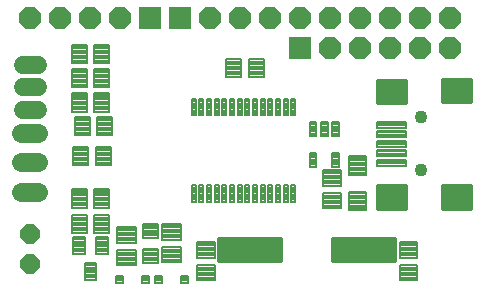
<source format=gts>
G75*
G70*
%OFA0B0*%
%FSLAX24Y24*%
%IPPOS*%
%LPD*%
%AMOC8*
5,1,8,0,0,1.08239X$1,22.5*
%
%ADD10C,0.0084*%
%ADD11C,0.0083*%
%ADD12C,0.0640*%
%ADD13C,0.0087*%
%ADD14C,0.0080*%
%ADD15C,0.0434*%
%ADD16OC8,0.0640*%
%ADD17C,0.0596*%
%ADD18R,0.0720X0.0720*%
%ADD19OC8,0.0720*%
%ADD20C,0.0081*%
%ADD21C,0.0082*%
%ADD22C,0.0080*%
%ADD23C,0.0082*%
D10*
X008795Y007289D02*
X010891Y007289D01*
X010891Y006533D01*
X008795Y006533D01*
X008795Y007289D01*
X008795Y006616D02*
X010891Y006616D01*
X010891Y006699D02*
X008795Y006699D01*
X008795Y006782D02*
X010891Y006782D01*
X010891Y006865D02*
X008795Y006865D01*
X008795Y006948D02*
X010891Y006948D01*
X010891Y007031D02*
X008795Y007031D01*
X008795Y007114D02*
X010891Y007114D01*
X010891Y007197D02*
X008795Y007197D01*
X008795Y007280D02*
X010891Y007280D01*
X012595Y007289D02*
X014691Y007289D01*
X014691Y006533D01*
X012595Y006533D01*
X012595Y007289D01*
X012595Y006616D02*
X014691Y006616D01*
X014691Y006699D02*
X012595Y006699D01*
X012595Y006782D02*
X014691Y006782D01*
X014691Y006865D02*
X012595Y006865D01*
X012595Y006948D02*
X014691Y006948D01*
X014691Y007031D02*
X012595Y007031D01*
X012595Y007114D02*
X014691Y007114D01*
X014691Y007197D02*
X012595Y007197D01*
X012595Y007280D02*
X014691Y007280D01*
D11*
X014849Y007141D02*
X014849Y006631D01*
X014849Y007141D02*
X015437Y007141D01*
X015437Y006631D01*
X014849Y006631D01*
X014849Y006713D02*
X015437Y006713D01*
X015437Y006795D02*
X014849Y006795D01*
X014849Y006877D02*
X015437Y006877D01*
X015437Y006959D02*
X014849Y006959D01*
X014849Y007041D02*
X015437Y007041D01*
X015437Y007123D02*
X014849Y007123D01*
X014849Y006392D02*
X014849Y005882D01*
X014849Y006392D02*
X015437Y006392D01*
X015437Y005882D01*
X014849Y005882D01*
X014849Y005964D02*
X015437Y005964D01*
X015437Y006046D02*
X014849Y006046D01*
X014849Y006128D02*
X015437Y006128D01*
X015437Y006210D02*
X014849Y006210D01*
X014849Y006292D02*
X015437Y006292D01*
X015437Y006374D02*
X014849Y006374D01*
X012299Y008282D02*
X012299Y008792D01*
X012887Y008792D01*
X012887Y008282D01*
X012299Y008282D01*
X012299Y008364D02*
X012887Y008364D01*
X012887Y008446D02*
X012299Y008446D01*
X012299Y008528D02*
X012887Y008528D01*
X012887Y008610D02*
X012299Y008610D01*
X012299Y008692D02*
X012887Y008692D01*
X012887Y008774D02*
X012299Y008774D01*
X012299Y009031D02*
X012299Y009541D01*
X012887Y009541D01*
X012887Y009031D01*
X012299Y009031D01*
X012299Y009113D02*
X012887Y009113D01*
X012887Y009195D02*
X012299Y009195D01*
X012299Y009277D02*
X012887Y009277D01*
X012887Y009359D02*
X012299Y009359D01*
X012299Y009441D02*
X012887Y009441D01*
X012887Y009523D02*
X012299Y009523D01*
X008099Y007141D02*
X008099Y006631D01*
X008099Y007141D02*
X008687Y007141D01*
X008687Y006631D01*
X008099Y006631D01*
X008099Y006713D02*
X008687Y006713D01*
X008687Y006795D02*
X008099Y006795D01*
X008099Y006877D02*
X008687Y006877D01*
X008687Y006959D02*
X008099Y006959D01*
X008099Y007041D02*
X008687Y007041D01*
X008687Y007123D02*
X008099Y007123D01*
X007557Y007231D02*
X007557Y007741D01*
X007557Y007231D02*
X006929Y007231D01*
X006929Y007741D01*
X007557Y007741D01*
X007557Y007313D02*
X006929Y007313D01*
X006929Y007395D02*
X007557Y007395D01*
X007557Y007477D02*
X006929Y007477D01*
X006929Y007559D02*
X007557Y007559D01*
X007557Y007641D02*
X006929Y007641D01*
X006929Y007723D02*
X007557Y007723D01*
X006778Y007290D02*
X006308Y007290D01*
X006308Y007760D01*
X006778Y007760D01*
X006778Y007290D01*
X006778Y007372D02*
X006308Y007372D01*
X006308Y007454D02*
X006778Y007454D01*
X006778Y007536D02*
X006308Y007536D01*
X006308Y007618D02*
X006778Y007618D01*
X006778Y007700D02*
X006308Y007700D01*
X006057Y007641D02*
X006057Y007131D01*
X005429Y007131D01*
X005429Y007641D01*
X006057Y007641D01*
X006057Y007213D02*
X005429Y007213D01*
X005429Y007295D02*
X006057Y007295D01*
X006057Y007377D02*
X005429Y007377D01*
X005429Y007459D02*
X006057Y007459D01*
X006057Y007541D02*
X005429Y007541D01*
X005429Y007623D02*
X006057Y007623D01*
X005172Y007467D02*
X004662Y007467D01*
X004662Y008055D01*
X005172Y008055D01*
X005172Y007467D01*
X005172Y007549D02*
X004662Y007549D01*
X004662Y007631D02*
X005172Y007631D01*
X005172Y007713D02*
X004662Y007713D01*
X004662Y007795D02*
X005172Y007795D01*
X005172Y007877D02*
X004662Y007877D01*
X004662Y007959D02*
X005172Y007959D01*
X005172Y008041D02*
X004662Y008041D01*
X004424Y007467D02*
X003914Y007467D01*
X003914Y008055D01*
X004424Y008055D01*
X004424Y007467D01*
X004424Y007549D02*
X003914Y007549D01*
X003914Y007631D02*
X004424Y007631D01*
X004424Y007713D02*
X003914Y007713D01*
X003914Y007795D02*
X004424Y007795D01*
X004424Y007877D02*
X003914Y007877D01*
X003914Y007959D02*
X004424Y007959D01*
X004424Y008041D02*
X003914Y008041D01*
X003914Y008925D02*
X004424Y008925D01*
X004424Y008297D01*
X003914Y008297D01*
X003914Y008925D01*
X003914Y008379D02*
X004424Y008379D01*
X004424Y008461D02*
X003914Y008461D01*
X003914Y008543D02*
X004424Y008543D01*
X004424Y008625D02*
X003914Y008625D01*
X003914Y008707D02*
X004424Y008707D01*
X004424Y008789D02*
X003914Y008789D01*
X003914Y008871D02*
X004424Y008871D01*
X004662Y008925D02*
X005172Y008925D01*
X005172Y008297D01*
X004662Y008297D01*
X004662Y008925D01*
X004662Y008379D02*
X005172Y008379D01*
X005172Y008461D02*
X004662Y008461D01*
X004662Y008543D02*
X005172Y008543D01*
X005172Y008625D02*
X004662Y008625D01*
X004662Y008707D02*
X005172Y008707D01*
X005172Y008789D02*
X004662Y008789D01*
X004662Y008871D02*
X005172Y008871D01*
X005222Y009717D02*
X004712Y009717D01*
X004712Y010305D01*
X005222Y010305D01*
X005222Y009717D01*
X005222Y009799D02*
X004712Y009799D01*
X004712Y009881D02*
X005222Y009881D01*
X005222Y009963D02*
X004712Y009963D01*
X004712Y010045D02*
X005222Y010045D01*
X005222Y010127D02*
X004712Y010127D01*
X004712Y010209D02*
X005222Y010209D01*
X005222Y010291D02*
X004712Y010291D01*
X004474Y009717D02*
X003964Y009717D01*
X003964Y010305D01*
X004474Y010305D01*
X004474Y009717D01*
X004474Y009799D02*
X003964Y009799D01*
X003964Y009881D02*
X004474Y009881D01*
X004474Y009963D02*
X003964Y009963D01*
X003964Y010045D02*
X004474Y010045D01*
X004474Y010127D02*
X003964Y010127D01*
X003964Y010209D02*
X004474Y010209D01*
X004474Y010291D02*
X003964Y010291D01*
X004014Y010717D02*
X004524Y010717D01*
X004014Y010717D02*
X004014Y011305D01*
X004524Y011305D01*
X004524Y010717D01*
X004524Y010799D02*
X004014Y010799D01*
X004014Y010881D02*
X004524Y010881D01*
X004524Y010963D02*
X004014Y010963D01*
X004014Y011045D02*
X004524Y011045D01*
X004524Y011127D02*
X004014Y011127D01*
X004014Y011209D02*
X004524Y011209D01*
X004524Y011291D02*
X004014Y011291D01*
X003914Y012125D02*
X004424Y012125D01*
X004424Y011497D01*
X003914Y011497D01*
X003914Y012125D01*
X003914Y011579D02*
X004424Y011579D01*
X004424Y011661D02*
X003914Y011661D01*
X003914Y011743D02*
X004424Y011743D01*
X004424Y011825D02*
X003914Y011825D01*
X003914Y011907D02*
X004424Y011907D01*
X004424Y011989D02*
X003914Y011989D01*
X003914Y012071D02*
X004424Y012071D01*
X004662Y012125D02*
X005172Y012125D01*
X005172Y011497D01*
X004662Y011497D01*
X004662Y012125D01*
X004662Y011579D02*
X005172Y011579D01*
X005172Y011661D02*
X004662Y011661D01*
X004662Y011743D02*
X005172Y011743D01*
X005172Y011825D02*
X004662Y011825D01*
X004662Y011907D02*
X005172Y011907D01*
X005172Y011989D02*
X004662Y011989D01*
X004662Y012071D02*
X005172Y012071D01*
X005172Y012905D02*
X004662Y012905D01*
X005172Y012905D02*
X005172Y012317D01*
X004662Y012317D01*
X004662Y012905D01*
X004662Y012399D02*
X005172Y012399D01*
X005172Y012481D02*
X004662Y012481D01*
X004662Y012563D02*
X005172Y012563D01*
X005172Y012645D02*
X004662Y012645D01*
X004662Y012727D02*
X005172Y012727D01*
X005172Y012809D02*
X004662Y012809D01*
X004662Y012891D02*
X005172Y012891D01*
X004424Y012905D02*
X003914Y012905D01*
X004424Y012905D02*
X004424Y012317D01*
X003914Y012317D01*
X003914Y012905D01*
X003914Y012399D02*
X004424Y012399D01*
X004424Y012481D02*
X003914Y012481D01*
X003914Y012563D02*
X004424Y012563D01*
X004424Y012645D02*
X003914Y012645D01*
X003914Y012727D02*
X004424Y012727D01*
X004424Y012809D02*
X003914Y012809D01*
X003914Y012891D02*
X004424Y012891D01*
X004424Y013117D02*
X003914Y013117D01*
X003914Y013705D01*
X004424Y013705D01*
X004424Y013117D01*
X004424Y013199D02*
X003914Y013199D01*
X003914Y013281D02*
X004424Y013281D01*
X004424Y013363D02*
X003914Y013363D01*
X003914Y013445D02*
X004424Y013445D01*
X004424Y013527D02*
X003914Y013527D01*
X003914Y013609D02*
X004424Y013609D01*
X004424Y013691D02*
X003914Y013691D01*
X004662Y013117D02*
X005172Y013117D01*
X004662Y013117D02*
X004662Y013705D01*
X005172Y013705D01*
X005172Y013117D01*
X005172Y013199D02*
X004662Y013199D01*
X004662Y013281D02*
X005172Y013281D01*
X005172Y013363D02*
X004662Y013363D01*
X004662Y013445D02*
X005172Y013445D01*
X005172Y013527D02*
X004662Y013527D01*
X004662Y013609D02*
X005172Y013609D01*
X005172Y013691D02*
X004662Y013691D01*
X009064Y013255D02*
X009574Y013255D01*
X009574Y012667D01*
X009064Y012667D01*
X009064Y013255D01*
X009064Y012749D02*
X009574Y012749D01*
X009574Y012831D02*
X009064Y012831D01*
X009064Y012913D02*
X009574Y012913D01*
X009574Y012995D02*
X009064Y012995D01*
X009064Y013077D02*
X009574Y013077D01*
X009574Y013159D02*
X009064Y013159D01*
X009064Y013241D02*
X009574Y013241D01*
X009812Y013255D02*
X010322Y013255D01*
X010322Y012667D01*
X009812Y012667D01*
X009812Y013255D01*
X009812Y012749D02*
X010322Y012749D01*
X010322Y012831D02*
X009812Y012831D01*
X009812Y012913D02*
X010322Y012913D01*
X010322Y012995D02*
X009812Y012995D01*
X009812Y013077D02*
X010322Y013077D01*
X010322Y013159D02*
X009812Y013159D01*
X009812Y013241D02*
X010322Y013241D01*
X005272Y010717D02*
X004762Y010717D01*
X004762Y011305D01*
X005272Y011305D01*
X005272Y010717D01*
X005272Y010799D02*
X004762Y010799D01*
X004762Y010881D02*
X005272Y010881D01*
X005272Y010963D02*
X004762Y010963D01*
X004762Y011045D02*
X005272Y011045D01*
X005272Y011127D02*
X004762Y011127D01*
X004762Y011209D02*
X005272Y011209D01*
X005272Y011291D02*
X004762Y011291D01*
X006057Y006892D02*
X006057Y006382D01*
X005429Y006382D01*
X005429Y006892D01*
X006057Y006892D01*
X006057Y006464D02*
X005429Y006464D01*
X005429Y006546D02*
X006057Y006546D01*
X006057Y006628D02*
X005429Y006628D01*
X005429Y006710D02*
X006057Y006710D01*
X006057Y006792D02*
X005429Y006792D01*
X005429Y006874D02*
X006057Y006874D01*
X006308Y006463D02*
X006778Y006463D01*
X006308Y006463D02*
X006308Y006933D01*
X006778Y006933D01*
X006778Y006463D01*
X006778Y006545D02*
X006308Y006545D01*
X006308Y006627D02*
X006778Y006627D01*
X006778Y006709D02*
X006308Y006709D01*
X006308Y006791D02*
X006778Y006791D01*
X006778Y006873D02*
X006308Y006873D01*
X007557Y006992D02*
X007557Y006482D01*
X006929Y006482D01*
X006929Y006992D01*
X007557Y006992D01*
X007557Y006564D02*
X006929Y006564D01*
X006929Y006646D02*
X007557Y006646D01*
X007557Y006728D02*
X006929Y006728D01*
X006929Y006810D02*
X007557Y006810D01*
X007557Y006892D02*
X006929Y006892D01*
X006929Y006974D02*
X007557Y006974D01*
X008099Y006392D02*
X008099Y005882D01*
X008099Y006392D02*
X008687Y006392D01*
X008687Y005882D01*
X008099Y005882D01*
X008099Y005964D02*
X008687Y005964D01*
X008687Y006046D02*
X008099Y006046D01*
X008099Y006128D02*
X008687Y006128D01*
X008687Y006210D02*
X008099Y006210D01*
X008099Y006292D02*
X008687Y006292D01*
X008687Y006374D02*
X008099Y006374D01*
D12*
X002792Y008828D02*
X002232Y008828D01*
X002232Y009812D02*
X002792Y009812D01*
X002792Y010796D02*
X002232Y010796D01*
D13*
X014091Y012554D02*
X015069Y012554D01*
X015069Y011774D01*
X014091Y011774D01*
X014091Y012554D01*
X014091Y011860D02*
X015069Y011860D01*
X015069Y011946D02*
X014091Y011946D01*
X014091Y012032D02*
X015069Y012032D01*
X015069Y012118D02*
X014091Y012118D01*
X014091Y012204D02*
X015069Y012204D01*
X015069Y012290D02*
X014091Y012290D01*
X014091Y012376D02*
X015069Y012376D01*
X015069Y012462D02*
X014091Y012462D01*
X014091Y012548D02*
X015069Y012548D01*
X016257Y012593D02*
X017235Y012593D01*
X017235Y011813D01*
X016257Y011813D01*
X016257Y012593D01*
X016257Y011899D02*
X017235Y011899D01*
X017235Y011985D02*
X016257Y011985D01*
X016257Y012071D02*
X017235Y012071D01*
X017235Y012157D02*
X016257Y012157D01*
X016257Y012243D02*
X017235Y012243D01*
X017235Y012329D02*
X016257Y012329D01*
X016257Y012415D02*
X017235Y012415D01*
X017235Y012501D02*
X016257Y012501D01*
X016257Y012587D02*
X017235Y012587D01*
X017235Y009050D02*
X016257Y009050D01*
X017235Y009050D02*
X017235Y008270D01*
X016257Y008270D01*
X016257Y009050D01*
X016257Y008356D02*
X017235Y008356D01*
X017235Y008442D02*
X016257Y008442D01*
X016257Y008528D02*
X017235Y008528D01*
X017235Y008614D02*
X016257Y008614D01*
X016257Y008700D02*
X017235Y008700D01*
X017235Y008786D02*
X016257Y008786D01*
X016257Y008872D02*
X017235Y008872D01*
X017235Y008958D02*
X016257Y008958D01*
X016257Y009044D02*
X017235Y009044D01*
X015069Y009050D02*
X014091Y009050D01*
X015069Y009050D02*
X015069Y008270D01*
X014091Y008270D01*
X014091Y009050D01*
X014091Y008356D02*
X015069Y008356D01*
X015069Y008442D02*
X014091Y008442D01*
X014091Y008528D02*
X015069Y008528D01*
X015069Y008614D02*
X014091Y008614D01*
X014091Y008700D02*
X015069Y008700D01*
X015069Y008786D02*
X014091Y008786D01*
X014091Y008872D02*
X015069Y008872D01*
X015069Y008958D02*
X014091Y008958D01*
X014091Y009044D02*
X015069Y009044D01*
D14*
X015072Y009900D02*
X014088Y009900D01*
X015072Y009900D02*
X015072Y009704D01*
X014088Y009704D01*
X014088Y009900D01*
X014088Y009783D02*
X015072Y009783D01*
X015072Y009862D02*
X014088Y009862D01*
X014088Y010215D02*
X015072Y010215D01*
X015072Y010019D01*
X014088Y010019D01*
X014088Y010215D01*
X014088Y010098D02*
X015072Y010098D01*
X015072Y010177D02*
X014088Y010177D01*
X014088Y010529D02*
X015072Y010529D01*
X015072Y010333D01*
X014088Y010333D01*
X014088Y010529D01*
X014088Y010412D02*
X015072Y010412D01*
X015072Y010491D02*
X014088Y010491D01*
X014088Y010844D02*
X015072Y010844D01*
X015072Y010648D01*
X014088Y010648D01*
X014088Y010844D01*
X014088Y010727D02*
X015072Y010727D01*
X015072Y010806D02*
X014088Y010806D01*
X014088Y011159D02*
X015072Y011159D01*
X015072Y010963D01*
X014088Y010963D01*
X014088Y011159D01*
X014088Y011042D02*
X015072Y011042D01*
X015072Y011121D02*
X014088Y011121D01*
X011374Y011376D02*
X011238Y011376D01*
X011238Y011926D01*
X011374Y011926D01*
X011374Y011376D01*
X011374Y011455D02*
X011238Y011455D01*
X011238Y011534D02*
X011374Y011534D01*
X011374Y011613D02*
X011238Y011613D01*
X011238Y011692D02*
X011374Y011692D01*
X011374Y011771D02*
X011238Y011771D01*
X011238Y011850D02*
X011374Y011850D01*
X011118Y011376D02*
X010982Y011376D01*
X010982Y011926D01*
X011118Y011926D01*
X011118Y011376D01*
X011118Y011455D02*
X010982Y011455D01*
X010982Y011534D02*
X011118Y011534D01*
X011118Y011613D02*
X010982Y011613D01*
X010982Y011692D02*
X011118Y011692D01*
X011118Y011771D02*
X010982Y011771D01*
X010982Y011850D02*
X011118Y011850D01*
X010862Y011376D02*
X010726Y011376D01*
X010726Y011926D01*
X010862Y011926D01*
X010862Y011376D01*
X010862Y011455D02*
X010726Y011455D01*
X010726Y011534D02*
X010862Y011534D01*
X010862Y011613D02*
X010726Y011613D01*
X010726Y011692D02*
X010862Y011692D01*
X010862Y011771D02*
X010726Y011771D01*
X010726Y011850D02*
X010862Y011850D01*
X010607Y011376D02*
X010471Y011376D01*
X010471Y011926D01*
X010607Y011926D01*
X010607Y011376D01*
X010607Y011455D02*
X010471Y011455D01*
X010471Y011534D02*
X010607Y011534D01*
X010607Y011613D02*
X010471Y011613D01*
X010471Y011692D02*
X010607Y011692D01*
X010607Y011771D02*
X010471Y011771D01*
X010471Y011850D02*
X010607Y011850D01*
X010351Y011376D02*
X010215Y011376D01*
X010215Y011926D01*
X010351Y011926D01*
X010351Y011376D01*
X010351Y011455D02*
X010215Y011455D01*
X010215Y011534D02*
X010351Y011534D01*
X010351Y011613D02*
X010215Y011613D01*
X010215Y011692D02*
X010351Y011692D01*
X010351Y011771D02*
X010215Y011771D01*
X010215Y011850D02*
X010351Y011850D01*
X010095Y011376D02*
X009959Y011376D01*
X009959Y011926D01*
X010095Y011926D01*
X010095Y011376D01*
X010095Y011455D02*
X009959Y011455D01*
X009959Y011534D02*
X010095Y011534D01*
X010095Y011613D02*
X009959Y011613D01*
X009959Y011692D02*
X010095Y011692D01*
X010095Y011771D02*
X009959Y011771D01*
X009959Y011850D02*
X010095Y011850D01*
X009839Y011376D02*
X009703Y011376D01*
X009703Y011926D01*
X009839Y011926D01*
X009839Y011376D01*
X009839Y011455D02*
X009703Y011455D01*
X009703Y011534D02*
X009839Y011534D01*
X009839Y011613D02*
X009703Y011613D01*
X009703Y011692D02*
X009839Y011692D01*
X009839Y011771D02*
X009703Y011771D01*
X009703Y011850D02*
X009839Y011850D01*
X009583Y011376D02*
X009447Y011376D01*
X009447Y011926D01*
X009583Y011926D01*
X009583Y011376D01*
X009583Y011455D02*
X009447Y011455D01*
X009447Y011534D02*
X009583Y011534D01*
X009583Y011613D02*
X009447Y011613D01*
X009447Y011692D02*
X009583Y011692D01*
X009583Y011771D02*
X009447Y011771D01*
X009447Y011850D02*
X009583Y011850D01*
X009327Y011376D02*
X009191Y011376D01*
X009191Y011926D01*
X009327Y011926D01*
X009327Y011376D01*
X009327Y011455D02*
X009191Y011455D01*
X009191Y011534D02*
X009327Y011534D01*
X009327Y011613D02*
X009191Y011613D01*
X009191Y011692D02*
X009327Y011692D01*
X009327Y011771D02*
X009191Y011771D01*
X009191Y011850D02*
X009327Y011850D01*
X009071Y011376D02*
X008935Y011376D01*
X008935Y011926D01*
X009071Y011926D01*
X009071Y011376D01*
X009071Y011455D02*
X008935Y011455D01*
X008935Y011534D02*
X009071Y011534D01*
X009071Y011613D02*
X008935Y011613D01*
X008935Y011692D02*
X009071Y011692D01*
X009071Y011771D02*
X008935Y011771D01*
X008935Y011850D02*
X009071Y011850D01*
X008815Y011376D02*
X008679Y011376D01*
X008679Y011926D01*
X008815Y011926D01*
X008815Y011376D01*
X008815Y011455D02*
X008679Y011455D01*
X008679Y011534D02*
X008815Y011534D01*
X008815Y011613D02*
X008679Y011613D01*
X008679Y011692D02*
X008815Y011692D01*
X008815Y011771D02*
X008679Y011771D01*
X008679Y011850D02*
X008815Y011850D01*
X008559Y011376D02*
X008423Y011376D01*
X008423Y011926D01*
X008559Y011926D01*
X008559Y011376D01*
X008559Y011455D02*
X008423Y011455D01*
X008423Y011534D02*
X008559Y011534D01*
X008559Y011613D02*
X008423Y011613D01*
X008423Y011692D02*
X008559Y011692D01*
X008559Y011771D02*
X008423Y011771D01*
X008423Y011850D02*
X008559Y011850D01*
X008303Y011376D02*
X008167Y011376D01*
X008167Y011926D01*
X008303Y011926D01*
X008303Y011376D01*
X008303Y011455D02*
X008167Y011455D01*
X008167Y011534D02*
X008303Y011534D01*
X008303Y011613D02*
X008167Y011613D01*
X008167Y011692D02*
X008303Y011692D01*
X008303Y011771D02*
X008167Y011771D01*
X008167Y011850D02*
X008303Y011850D01*
X008047Y011376D02*
X007911Y011376D01*
X007911Y011926D01*
X008047Y011926D01*
X008047Y011376D01*
X008047Y011455D02*
X007911Y011455D01*
X007911Y011534D02*
X008047Y011534D01*
X008047Y011613D02*
X007911Y011613D01*
X007911Y011692D02*
X008047Y011692D01*
X008047Y011771D02*
X007911Y011771D01*
X007911Y011850D02*
X008047Y011850D01*
X008047Y008497D02*
X007911Y008497D01*
X007911Y009047D01*
X008047Y009047D01*
X008047Y008497D01*
X008047Y008576D02*
X007911Y008576D01*
X007911Y008655D02*
X008047Y008655D01*
X008047Y008734D02*
X007911Y008734D01*
X007911Y008813D02*
X008047Y008813D01*
X008047Y008892D02*
X007911Y008892D01*
X007911Y008971D02*
X008047Y008971D01*
X008167Y008497D02*
X008303Y008497D01*
X008167Y008497D02*
X008167Y009047D01*
X008303Y009047D01*
X008303Y008497D01*
X008303Y008576D02*
X008167Y008576D01*
X008167Y008655D02*
X008303Y008655D01*
X008303Y008734D02*
X008167Y008734D01*
X008167Y008813D02*
X008303Y008813D01*
X008303Y008892D02*
X008167Y008892D01*
X008167Y008971D02*
X008303Y008971D01*
X008423Y008497D02*
X008559Y008497D01*
X008423Y008497D02*
X008423Y009047D01*
X008559Y009047D01*
X008559Y008497D01*
X008559Y008576D02*
X008423Y008576D01*
X008423Y008655D02*
X008559Y008655D01*
X008559Y008734D02*
X008423Y008734D01*
X008423Y008813D02*
X008559Y008813D01*
X008559Y008892D02*
X008423Y008892D01*
X008423Y008971D02*
X008559Y008971D01*
X008679Y008497D02*
X008815Y008497D01*
X008679Y008497D02*
X008679Y009047D01*
X008815Y009047D01*
X008815Y008497D01*
X008815Y008576D02*
X008679Y008576D01*
X008679Y008655D02*
X008815Y008655D01*
X008815Y008734D02*
X008679Y008734D01*
X008679Y008813D02*
X008815Y008813D01*
X008815Y008892D02*
X008679Y008892D01*
X008679Y008971D02*
X008815Y008971D01*
X008935Y008497D02*
X009071Y008497D01*
X008935Y008497D02*
X008935Y009047D01*
X009071Y009047D01*
X009071Y008497D01*
X009071Y008576D02*
X008935Y008576D01*
X008935Y008655D02*
X009071Y008655D01*
X009071Y008734D02*
X008935Y008734D01*
X008935Y008813D02*
X009071Y008813D01*
X009071Y008892D02*
X008935Y008892D01*
X008935Y008971D02*
X009071Y008971D01*
X009191Y008497D02*
X009327Y008497D01*
X009191Y008497D02*
X009191Y009047D01*
X009327Y009047D01*
X009327Y008497D01*
X009327Y008576D02*
X009191Y008576D01*
X009191Y008655D02*
X009327Y008655D01*
X009327Y008734D02*
X009191Y008734D01*
X009191Y008813D02*
X009327Y008813D01*
X009327Y008892D02*
X009191Y008892D01*
X009191Y008971D02*
X009327Y008971D01*
X009447Y008497D02*
X009583Y008497D01*
X009447Y008497D02*
X009447Y009047D01*
X009583Y009047D01*
X009583Y008497D01*
X009583Y008576D02*
X009447Y008576D01*
X009447Y008655D02*
X009583Y008655D01*
X009583Y008734D02*
X009447Y008734D01*
X009447Y008813D02*
X009583Y008813D01*
X009583Y008892D02*
X009447Y008892D01*
X009447Y008971D02*
X009583Y008971D01*
X009703Y008497D02*
X009839Y008497D01*
X009703Y008497D02*
X009703Y009047D01*
X009839Y009047D01*
X009839Y008497D01*
X009839Y008576D02*
X009703Y008576D01*
X009703Y008655D02*
X009839Y008655D01*
X009839Y008734D02*
X009703Y008734D01*
X009703Y008813D02*
X009839Y008813D01*
X009839Y008892D02*
X009703Y008892D01*
X009703Y008971D02*
X009839Y008971D01*
X009959Y008497D02*
X010095Y008497D01*
X009959Y008497D02*
X009959Y009047D01*
X010095Y009047D01*
X010095Y008497D01*
X010095Y008576D02*
X009959Y008576D01*
X009959Y008655D02*
X010095Y008655D01*
X010095Y008734D02*
X009959Y008734D01*
X009959Y008813D02*
X010095Y008813D01*
X010095Y008892D02*
X009959Y008892D01*
X009959Y008971D02*
X010095Y008971D01*
X010215Y008497D02*
X010351Y008497D01*
X010215Y008497D02*
X010215Y009047D01*
X010351Y009047D01*
X010351Y008497D01*
X010351Y008576D02*
X010215Y008576D01*
X010215Y008655D02*
X010351Y008655D01*
X010351Y008734D02*
X010215Y008734D01*
X010215Y008813D02*
X010351Y008813D01*
X010351Y008892D02*
X010215Y008892D01*
X010215Y008971D02*
X010351Y008971D01*
X010471Y008497D02*
X010607Y008497D01*
X010471Y008497D02*
X010471Y009047D01*
X010607Y009047D01*
X010607Y008497D01*
X010607Y008576D02*
X010471Y008576D01*
X010471Y008655D02*
X010607Y008655D01*
X010607Y008734D02*
X010471Y008734D01*
X010471Y008813D02*
X010607Y008813D01*
X010607Y008892D02*
X010471Y008892D01*
X010471Y008971D02*
X010607Y008971D01*
X010726Y008497D02*
X010862Y008497D01*
X010726Y008497D02*
X010726Y009047D01*
X010862Y009047D01*
X010862Y008497D01*
X010862Y008576D02*
X010726Y008576D01*
X010726Y008655D02*
X010862Y008655D01*
X010862Y008734D02*
X010726Y008734D01*
X010726Y008813D02*
X010862Y008813D01*
X010862Y008892D02*
X010726Y008892D01*
X010726Y008971D02*
X010862Y008971D01*
X010982Y008497D02*
X011118Y008497D01*
X010982Y008497D02*
X010982Y009047D01*
X011118Y009047D01*
X011118Y008497D01*
X011118Y008576D02*
X010982Y008576D01*
X010982Y008655D02*
X011118Y008655D01*
X011118Y008734D02*
X010982Y008734D01*
X010982Y008813D02*
X011118Y008813D01*
X011118Y008892D02*
X010982Y008892D01*
X010982Y008971D02*
X011118Y008971D01*
X011238Y008497D02*
X011374Y008497D01*
X011238Y008497D02*
X011238Y009047D01*
X011374Y009047D01*
X011374Y008497D01*
X011374Y008576D02*
X011238Y008576D01*
X011238Y008655D02*
X011374Y008655D01*
X011374Y008734D02*
X011238Y008734D01*
X011238Y008813D02*
X011374Y008813D01*
X011374Y008892D02*
X011238Y008892D01*
X011238Y008971D02*
X011374Y008971D01*
D15*
X015564Y009546D03*
X015564Y011317D03*
D16*
X002523Y007411D03*
X002523Y006411D03*
D17*
X002286Y011563D02*
X002801Y011563D01*
X002801Y012311D02*
X002286Y012311D01*
X002286Y013063D02*
X002801Y013063D01*
D18*
X006543Y014611D03*
X007543Y014611D03*
X011543Y013611D03*
D19*
X012543Y013611D03*
X013543Y013611D03*
X014543Y013611D03*
X015543Y013611D03*
X016543Y013611D03*
X016543Y014611D03*
X015543Y014611D03*
X014543Y014611D03*
X013543Y014611D03*
X012543Y014611D03*
X011543Y014611D03*
X010543Y014611D03*
X009543Y014611D03*
X008543Y014611D03*
X005543Y014611D03*
X004543Y014611D03*
X003543Y014611D03*
X002543Y014611D03*
D20*
X003972Y007320D02*
X004366Y007320D01*
X004366Y006770D01*
X003972Y006770D01*
X003972Y007320D01*
X003972Y006850D02*
X004366Y006850D01*
X004366Y006930D02*
X003972Y006930D01*
X003972Y007010D02*
X004366Y007010D01*
X004366Y007090D02*
X003972Y007090D01*
X003972Y007170D02*
X004366Y007170D01*
X004366Y007250D02*
X003972Y007250D01*
X004720Y007320D02*
X005114Y007320D01*
X005114Y006770D01*
X004720Y006770D01*
X004720Y007320D01*
X004720Y006850D02*
X005114Y006850D01*
X005114Y006930D02*
X004720Y006930D01*
X004720Y007010D02*
X005114Y007010D01*
X005114Y007090D02*
X004720Y007090D01*
X004720Y007170D02*
X005114Y007170D01*
X005114Y007250D02*
X004720Y007250D01*
X004740Y006453D02*
X004346Y006453D01*
X004740Y006453D02*
X004740Y005903D01*
X004346Y005903D01*
X004346Y006453D01*
X004346Y005983D02*
X004740Y005983D01*
X004740Y006063D02*
X004346Y006063D01*
X004346Y006143D02*
X004740Y006143D01*
X004740Y006223D02*
X004346Y006223D01*
X004346Y006303D02*
X004740Y006303D01*
X004740Y006383D02*
X004346Y006383D01*
D21*
X005393Y006028D02*
X005627Y006028D01*
X005627Y005794D01*
X005393Y005794D01*
X005393Y006028D01*
X005393Y005875D02*
X005627Y005875D01*
X005627Y005956D02*
X005393Y005956D01*
X006259Y006028D02*
X006493Y006028D01*
X006493Y005794D01*
X006259Y005794D01*
X006259Y006028D01*
X006259Y005875D02*
X006493Y005875D01*
X006493Y005956D02*
X006259Y005956D01*
X006693Y006028D02*
X006927Y006028D01*
X006927Y005794D01*
X006693Y005794D01*
X006693Y006028D01*
X006693Y005875D02*
X006927Y005875D01*
X006927Y005956D02*
X006693Y005956D01*
X007559Y006028D02*
X007793Y006028D01*
X007793Y005794D01*
X007559Y005794D01*
X007559Y006028D01*
X007559Y005875D02*
X007793Y005875D01*
X007793Y005956D02*
X007559Y005956D01*
D22*
X011861Y010136D02*
X012077Y010136D01*
X012077Y009664D01*
X011861Y009664D01*
X011861Y010136D01*
X011861Y009743D02*
X012077Y009743D01*
X012077Y009822D02*
X011861Y009822D01*
X011861Y009901D02*
X012077Y009901D01*
X012077Y009980D02*
X011861Y009980D01*
X011861Y010059D02*
X012077Y010059D01*
X012609Y010136D02*
X012825Y010136D01*
X012825Y009664D01*
X012609Y009664D01*
X012609Y010136D01*
X012609Y009743D02*
X012825Y009743D01*
X012825Y009822D02*
X012609Y009822D01*
X012609Y009901D02*
X012825Y009901D01*
X012825Y009980D02*
X012609Y009980D01*
X012609Y010059D02*
X012825Y010059D01*
X012825Y011159D02*
X012609Y011159D01*
X012825Y011159D02*
X012825Y010687D01*
X012609Y010687D01*
X012609Y011159D01*
X012609Y010766D02*
X012825Y010766D01*
X012825Y010845D02*
X012609Y010845D01*
X012609Y010924D02*
X012825Y010924D01*
X012825Y011003D02*
X012609Y011003D01*
X012609Y011082D02*
X012825Y011082D01*
X012451Y011159D02*
X012235Y011159D01*
X012451Y011159D02*
X012451Y010687D01*
X012235Y010687D01*
X012235Y011159D01*
X012235Y010766D02*
X012451Y010766D01*
X012451Y010845D02*
X012235Y010845D01*
X012235Y010924D02*
X012451Y010924D01*
X012451Y011003D02*
X012235Y011003D01*
X012235Y011082D02*
X012451Y011082D01*
X012077Y011159D02*
X011861Y011159D01*
X012077Y011159D02*
X012077Y010687D01*
X011861Y010687D01*
X011861Y011159D01*
X011861Y010766D02*
X012077Y010766D01*
X012077Y010845D02*
X011861Y010845D01*
X011861Y010924D02*
X012077Y010924D01*
X012077Y011003D02*
X011861Y011003D01*
X011861Y011082D02*
X012077Y011082D01*
D23*
X013169Y010016D02*
X013169Y009388D01*
X013169Y010016D02*
X013717Y010016D01*
X013717Y009388D01*
X013169Y009388D01*
X013169Y009469D02*
X013717Y009469D01*
X013717Y009550D02*
X013169Y009550D01*
X013169Y009631D02*
X013717Y009631D01*
X013717Y009712D02*
X013169Y009712D01*
X013169Y009793D02*
X013717Y009793D01*
X013717Y009874D02*
X013169Y009874D01*
X013169Y009955D02*
X013717Y009955D01*
X013717Y008835D02*
X013717Y008207D01*
X013169Y008207D01*
X013169Y008835D01*
X013717Y008835D01*
X013717Y008288D02*
X013169Y008288D01*
X013169Y008369D02*
X013717Y008369D01*
X013717Y008450D02*
X013169Y008450D01*
X013169Y008531D02*
X013717Y008531D01*
X013717Y008612D02*
X013169Y008612D01*
X013169Y008693D02*
X013717Y008693D01*
X013717Y008774D02*
X013169Y008774D01*
M02*

</source>
